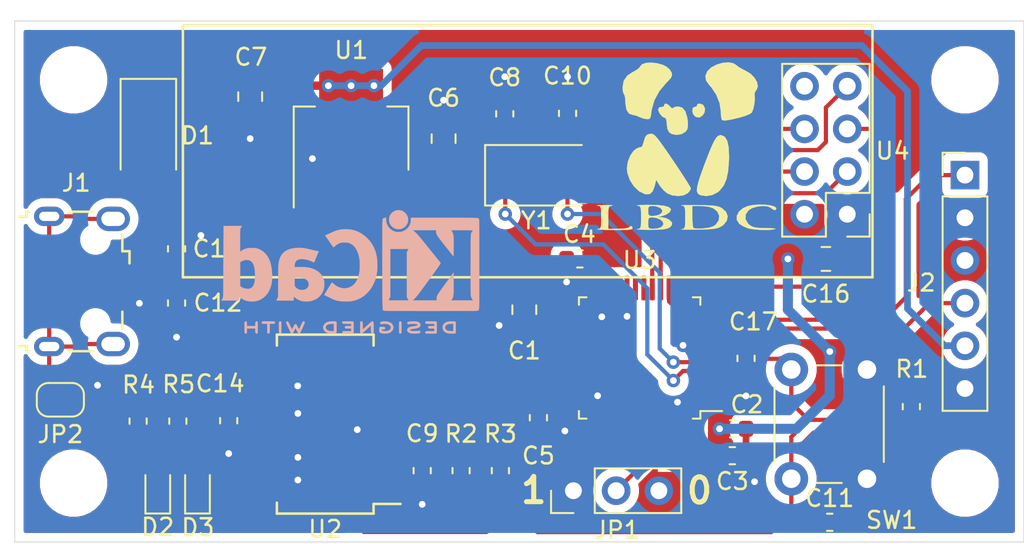
<source format=kicad_pcb>
(kicad_pcb (version 20171130) (host pcbnew "(5.1.6)-1")
  (layers (0 F.Cu signal) (31 B.Cu signal hide) (34 B.Paste user) (35 F.Paste user) (36 B.SilkS user) (37 F.SilkS user) (38 B.Mask user) (39 F.Mask user) (44 Edge.Cuts user))
  (net 0 "")
  (net 1 +3V3)
  (net 2 GND)
  (net 3 VBUS)
  (net 4 "Net-(C8-Pad1)")
  (net 5 "Net-(C10-Pad2)")
  (net 6 /RST)
  (net 7 "Net-(D1-Pad2)")
  (net 8 "Net-(D2-Pad2)")
  (net 9 "Net-(D2-Pad1)")
  (net 10 "Net-(D3-Pad1)")
  (net 11 "Net-(D3-Pad2)")
  (net 12 "Net-(J1-Pad4)")
  (net 13 "Net-(J1-Pad6)")
  (net 14 /ESC)
  (net 15 /SERVO)
  (net 16 /BOOT)
  (net 17 "Net-(R2-Pad1)")
  (net 18 /RX)
  (net 19 /TX)
  (net 20 "Net-(R3-Pad1)")
  (net 21 "Net-(U2-Pad3)")
  (net 22 "Net-(U2-Pad6)")
  (net 23 "Net-(U2-Pad9)")
  (net 24 "Net-(U2-Pad10)")
  (net 25 "Net-(U2-Pad11)")
  (net 26 "Net-(U2-Pad12)")
  (net 27 "Net-(U2-Pad13)")
  (net 28 "Net-(U2-Pad14)")
  (net 29 "Net-(U2-Pad19)")
  (net 30 "Net-(U2-Pad27)")
  (net 31 "Net-(U2-Pad28)")
  (net 32 "Net-(U3-Pad2)")
  (net 33 "Net-(U3-Pad3)")
  (net 34 "Net-(U3-Pad4)")
  (net 35 "Net-(U3-Pad12)")
  (net 36 /NRF_CE)
  (net 37 /NRF_CSN)
  (net 38 /NRF_SCK)
  (net 39 /NRF_MISO)
  (net 40 /NRF_MOSI)
  (net 41 "Net-(U3-Pad18)")
  (net 42 "Net-(U3-Pad19)")
  (net 43 "Net-(U3-Pad25)")
  (net 44 "Net-(U3-Pad26)")
  (net 45 "Net-(U3-Pad27)")
  (net 46 "Net-(U3-Pad28)")
  (net 47 "Net-(U3-Pad29)")
  (net 48 "Net-(U3-Pad32)")
  (net 49 "Net-(U3-Pad33)")
  (net 50 "Net-(U3-Pad34)")
  (net 51 "Net-(U3-Pad37)")
  (net 52 "Net-(U3-Pad38)")
  (net 53 "Net-(U3-Pad39)")
  (net 54 "Net-(U3-Pad40)")
  (net 55 "Net-(U3-Pad41)")
  (net 56 "Net-(U3-Pad42)")
  (net 57 "Net-(U3-Pad43)")
  (net 58 "Net-(U4-Pad8)")
  (net 59 /D+)
  (net 60 /D-)
  (net 61 "Net-(U2-Pad17)")
  (net 62 "Net-(U3-Pad21)")
  (net 63 "Net-(U3-Pad22)")
  (net 64 "Net-(U3-Pad45)")
  (net 65 "Net-(U3-Pad46)")
  (module "Symbol:lucas logo 2" (layer F.Cu) (at 188.9506 76.708)
    (fp_text reference G*** hide)
    (fp_text value LOGO hide)
  )
  (module Symbol:KiCad-Logo2_6mm_SilkScreen (layer B.Cu) (at 168.9608 83.2358 180)
    (fp_text reference REF** hide)
    (fp_text value KiCad-Logo2_6mm_SilkScreen hide)
  )
  (module Package_QFP:LQFP-48_7x7mm_P0.5mm (layer F.Cu) (at 186.1566 89.0524 180)
    (fp_text reference U3 (at 0 5.8166) (layer F.SilkS))
    (fp_text value STM32F103C8Tx)
    (pad 1 smd roundrect (at -4.1625 -2.75 180) (size 1.475 0.3) (layers F.Cu F.Paste F.Mask) (net 1 +3V3))
    (pad 2 smd roundrect (at -4.1625 -2.25 180) (size 1.475 0.3) (layers F.Cu F.Paste F.Mask) (net 32 "Net-(U3-Pad2)"))
    (pad 3 smd roundrect (at -4.1625 -1.75 180) (size 1.475 0.3) (layers F.Cu F.Paste F.Mask) (net 33 "Net-(U3-Pad3)"))
    (pad 4 smd roundrect (at -4.1625 -1.25 180) (size 1.475 0.3) (layers F.Cu F.Paste F.Mask) (net 34 "Net-(U3-Pad4)"))
    (pad 5 smd roundrect (at -4.1625 -0.75 180) (size 1.475 0.3) (layers F.Cu F.Paste F.Mask) (net 4 "Net-(C8-Pad1)"))
    (pad 6 smd roundrect (at -4.1625 -0.25 180) (size 1.475 0.3) (layers F.Cu F.Paste F.Mask) (net 5 "Net-(C10-Pad2)"))
    (pad 7 smd roundrect (at -4.1625 0.25 180) (size 1.475 0.3) (layers F.Cu F.Paste F.Mask) (net 6 /RST))
    (pad 8 smd roundrect (at -4.1625 0.75 180) (size 1.475 0.3) (layers F.Cu F.Paste F.Mask) (net 2 GND))
    (pad 9 smd roundrect (at -4.1625 1.25 180) (size 1.475 0.3) (layers F.Cu F.Paste F.Mask) (net 1 +3V3))
    (pad 10 smd roundrect (at -4.1625 1.75 180) (size 1.475 0.3) (layers F.Cu F.Paste F.Mask) (net 14 /ESC))
    (pad 11 smd roundrect (at -4.1625 2.25 180) (size 1.475 0.3) (layers F.Cu F.Paste F.Mask) (net 15 /SERVO))
    (pad 12 smd roundrect (at -4.1625 2.75 180) (size 1.475 0.3) (layers F.Cu F.Paste F.Mask) (net 35 "Net-(U3-Pad12)"))
    (pad 13 smd roundrect (at -2.75 4.1625 180) (size 0.3 1.475) (layers F.Cu F.Paste F.Mask) (net 36 /NRF_CE))
    (pad 14 smd roundrect (at -2.25 4.1625 180) (size 0.3 1.475) (layers F.Cu F.Paste F.Mask) (net 37 /NRF_CSN))
    (pad 15 smd roundrect (at -1.75 4.1625 180) (size 0.3 1.475) (layers F.Cu F.Paste F.Mask) (net 38 /NRF_SCK))
    (pad 16 smd roundrect (at -1.25 4.1625 180) (size 0.3 1.475) (layers F.Cu F.Paste F.Mask) (net 39 /NRF_MISO))
    (pad 17 smd roundrect (at -0.75 4.1625 180) (size 0.3 1.475) (layers F.Cu F.Paste F.Mask) (net 40 /NRF_MOSI))
    (pad 18 smd roundrect (at -0.25 4.1625 180) (size 0.3 1.475) (layers F.Cu F.Paste F.Mask) (net 41 "Net-(U3-Pad18)"))
    (pad 19 smd roundrect (at 0.25 4.1625 180) (size 0.3 1.475) (layers F.Cu F.Paste F.Mask) (net 42 "Net-(U3-Pad19)"))
    (pad 20 smd roundrect (at 0.75 4.1625 180) (size 0.3 1.475) (layers F.Cu F.Paste F.Mask) (net 2 GND))
    (pad 21 smd roundrect (at 1.25 4.1625 180) (size 0.3 1.475) (layers F.Cu F.Paste F.Mask) (net 62 "Net-(U3-Pad21)"))
    (pad 22 smd roundrect (at 1.75 4.1625 180) (size 0.3 1.475) (layers F.Cu F.Paste F.Mask) (net 63 "Net-(U3-Pad22)"))
    (pad 23 smd roundrect (at 2.25 4.1625 180) (size 0.3 1.475) (layers F.Cu F.Paste F.Mask) (net 2 GND))
    (pad 24 smd roundrect (at 2.75 4.1625 180) (size 0.3 1.475) (layers F.Cu F.Paste F.Mask) (net 1 +3V3))
    (pad 25 smd roundrect (at 4.1625 2.75 180) (size 1.475 0.3) (layers F.Cu F.Paste F.Mask) (net 43 "Net-(U3-Pad25)"))
    (pad 26 smd roundrect (at 4.1625 2.25 180) (size 1.475 0.3) (layers F.Cu F.Paste F.Mask) (net 44 "Net-(U3-Pad26)"))
    (pad 27 smd roundrect (at 4.1625 1.75 180) (size 1.475 0.3) (layers F.Cu F.Paste F.Mask) (net 45 "Net-(U3-Pad27)"))
    (pad 28 smd roundrect (at 4.1625 1.25 180) (size 1.475 0.3) (layers F.Cu F.Paste F.Mask) (net 46 "Net-(U3-Pad28)"))
    (pad 29 smd roundrect (at 4.1625 0.75 180) (size 1.475 0.3) (layers F.Cu F.Paste F.Mask) (net 47 "Net-(U3-Pad29)"))
    (pad 30 smd roundrect (at 4.1625 0.25 180) (size 1.475 0.3) (layers F.Cu F.Paste F.Mask) (net 18 /RX))
    (pad 31 smd roundrect (at 4.1625 -0.25 180) (size 1.475 0.3) (layers F.Cu F.Paste F.Mask) (net 19 /TX))
    (pad 32 smd roundrect (at 4.1625 -0.75 180) (size 1.475 0.3) (layers F.Cu F.Paste F.Mask) (net 48 "Net-(U3-Pad32)"))
    (pad 33 smd roundrect (at 4.1625 -1.25 180) (size 1.475 0.3) (layers F.Cu F.Paste F.Mask) (net 49 "Net-(U3-Pad33)"))
    (pad 34 smd roundrect (at 4.1625 -1.75 180) (size 1.475 0.3) (layers F.Cu F.Paste F.Mask) (net 50 "Net-(U3-Pad34)"))
    (pad 35 smd roundrect (at 4.1625 -2.25 180) (size 1.475 0.3) (layers F.Cu F.Paste F.Mask) (net 2 GND))
    (pad 36 smd roundrect (at 4.1625 -2.75 180) (size 1.475 0.3) (layers F.Cu F.Paste F.Mask) (net 1 +3V3))
    (pad 37 smd roundrect (at 2.75 -4.1625 180) (size 0.3 1.475) (layers F.Cu F.Paste F.Mask) (net 51 "Net-(U3-Pad37)"))
    (pad 38 smd roundrect (at 2.25 -4.1625 180) (size 0.3 1.475) (layers F.Cu F.Paste F.Mask) (net 52 "Net-(U3-Pad38)"))
    (pad 39 smd roundrect (at 1.75 -4.1625 180) (size 0.3 1.475) (layers F.Cu F.Paste F.Mask) (net 53 "Net-(U3-Pad39)"))
    (pad 40 smd roundrect (at 1.25 -4.1625 180) (size 0.3 1.475) (layers F.Cu F.Paste F.Mask) (net 54 "Net-(U3-Pad40)"))
    (pad 41 smd roundrect (at 0.75 -4.1625 180) (size 0.3 1.475) (layers F.Cu F.Paste F.Mask) (net 55 "Net-(U3-Pad41)"))
    (pad 42 smd roundrect (at 0.25 -4.1625 180) (size 0.3 1.475) (layers F.Cu F.Paste F.Mask) (net 56 "Net-(U3-Pad42)"))
    (pad 43 smd roundrect (at -0.25 -4.1625 180) (size 0.3 1.475) (layers F.Cu F.Paste F.Mask) (net 57 "Net-(U3-Pad43)"))
    (pad 44 smd roundrect (at -0.75 -4.1625 180) (size 0.3 1.475) (layers F.Cu F.Paste F.Mask) (net 16 /BOOT))
    (pad 45 smd roundrect (at -1.25 -4.1625 180) (size 0.3 1.475) (layers F.Cu F.Paste F.Mask) (net 64 "Net-(U3-Pad45)"))
    (pad 46 smd roundrect (at -1.75 -4.1625 180) (size 0.3 1.475) (layers F.Cu F.Paste F.Mask) (net 65 "Net-(U3-Pad46)"))
    (pad 47 smd roundrect (at -2.25 -4.1625 180) (size 0.3 1.475) (layers F.Cu F.Paste F.Mask) (net 2 GND))
    (pad 48 smd roundrect (at -2.75 -4.1625 180) (size 0.3 1.475) (layers F.Cu F.Paste F.Mask) (net 1 +3V3))
  )
  (module "RF_Module:NRF24L01 LA PNA" (layer F.Cu) (at 197 68)
    (fp_text reference U4 (at 4.1934 8.7334) (layer F.SilkS))
    (fp_text value NRF24L01_Breakout)
    (pad 8 thru_hole oval (at -1.04 4.88 180) (size 1.7 1.7) (drill 1) (layers *.Cu *.Mask) (net 58 "Net-(U4-Pad8)"))
    (pad 1 thru_hole rect (at 1.5 12.5 180) (size 1.7 1.7) (drill 1) (layers *.Cu *.Mask) (net 2 GND))
    (pad 5 thru_hole oval (at 1.5 7.42 180) (size 1.7 1.7) (drill 1) (layers *.Cu *.Mask) (net 38 /NRF_SCK))
    (pad 4 thru_hole oval (at -1.04 9.96 180) (size 1.7 1.7) (drill 1) (layers *.Cu *.Mask) (net 37 /NRF_CSN))
    (pad 7 thru_hole oval (at 1.5 4.88 180) (size 1.7 1.7) (drill 1) (layers *.Cu *.Mask) (net 39 /NRF_MISO))
    (pad 2 thru_hole oval (at -1.04 12.5 180) (size 1.7 1.7) (drill 1) (layers *.Cu *.Mask) (net 1 +3V3))
    (pad 6 thru_hole oval (at -1.04 7.42 180) (size 1.7 1.7) (drill 1) (layers *.Cu *.Mask) (net 40 /NRF_MOSI))
    (pad 3 thru_hole oval (at 1.5 9.96 180) (size 1.7 1.7) (drill 1) (layers *.Cu *.Mask) (net 36 /NRF_CE))
  )
  (module Capacitor_SMD:C_0805_2012Metric (layer F.Cu) (at 179.2986 86.1822 270)
    (fp_text reference C1 (at 2.4384 0 180) (layer F.SilkS))
    (fp_text value 10uF)
    (pad 1 smd roundrect (at -0.9375 0 270) (size 0.975 1.4) (layers F.Cu F.Paste F.Mask) (net 1 +3V3))
    (pad 2 smd roundrect (at 0.9375 0 270) (size 0.975 1.4) (layers F.Cu F.Paste F.Mask) (net 2 GND))
  )
  (module Capacitor_SMD:C_0603_1608Metric (layer F.Cu) (at 191.6937 93.2688)
    (fp_text reference C2 (at 0.8383 -1.4478) (layer F.SilkS))
    (fp_text value 100nF)
    (pad 1 smd roundrect (at -0.7875 0) (size 0.875 0.95) (layers F.Cu F.Paste F.Mask) (net 1 +3V3))
    (pad 2 smd roundrect (at 0.7875 0) (size 0.875 0.95) (layers F.Cu F.Paste F.Mask) (net 2 GND))
  )
  (module Capacitor_SMD:C_0603_1608Metric (layer F.Cu) (at 191.6683 94.869)
    (fp_text reference C3 (at 0 1.524) (layer F.SilkS))
    (fp_text value 100nF)
    (pad 2 smd roundrect (at 0.7875 0) (size 0.875 0.95) (layers F.Cu F.Paste F.Mask) (net 2 GND))
    (pad 1 smd roundrect (at -0.7875 0) (size 0.875 0.95) (layers F.Cu F.Paste F.Mask) (net 1 +3V3))
  )
  (module Capacitor_SMD:C_0603_1608Metric (layer F.Cu) (at 182.6005 83.1596 180)
    (fp_text reference C4 (at 0.0253 1.4732) (layer F.SilkS))
    (fp_text value 100nF)
    (pad 1 smd roundrect (at -0.7875 0 180) (size 0.875 0.95) (layers F.Cu F.Paste F.Mask) (net 1 +3V3))
    (pad 2 smd roundrect (at 0.7875 0 180) (size 0.875 0.95) (layers F.Cu F.Paste F.Mask) (net 2 GND))
  )
  (module Capacitor_SMD:C_0603_1608Metric (layer F.Cu) (at 180.1368 92.6084 270)
    (fp_text reference C5 (at 2.2606 0 180) (layer F.SilkS))
    (fp_text value 100nF)
    (pad 2 smd roundrect (at 0.7875 0 270) (size 0.875 0.95) (layers F.Cu F.Paste F.Mask) (net 2 GND))
    (pad 1 smd roundrect (at -0.7875 0 270) (size 0.875 0.95) (layers F.Cu F.Paste F.Mask) (net 1 +3V3))
  )
  (module Capacitor_SMD:C_0805_2012Metric (layer F.Cu) (at 174.5 76 90)
    (fp_text reference C6 (at 2.4162 -0.002 180) (layer F.SilkS))
    (fp_text value 10uF)
    (pad 1 smd roundrect (at -0.9375 0 90) (size 0.975 1.4) (layers F.Cu F.Paste F.Mask) (net 1 +3V3))
    (pad 2 smd roundrect (at 0.9375 0 90) (size 0.975 1.4) (layers F.Cu F.Paste F.Mask) (net 2 GND))
  )
  (module Capacitor_SMD:C_0805_2012Metric (layer F.Cu) (at 163 73.5 270)
    (fp_text reference C7 (at -2.3546 -0.0426 180) (layer F.SilkS))
    (fp_text value 10uF)
    (pad 2 smd roundrect (at 0.9375 0 270) (size 0.975 1.4) (layers F.Cu F.Paste F.Mask) (net 2 GND))
    (pad 1 smd roundrect (at -0.9375 0 270) (size 0.975 1.4) (layers F.Cu F.Paste F.Mask) (net 3 VBUS))
  )
  (module Capacitor_SMD:C_0603_1608Metric (layer F.Cu) (at 178.1368 74.5237 90)
    (fp_text reference C8 (at 2.1591 -0.0066 180) (layer F.SilkS))
    (fp_text value 20pF)
    (pad 1 smd roundrect (at -0.7875 0 90) (size 0.875 0.95) (layers F.Cu F.Paste F.Mask) (net 4 "Net-(C8-Pad1)"))
    (pad 2 smd roundrect (at 0.7875 0 90) (size 0.875 0.95) (layers F.Cu F.Paste F.Mask) (net 2 GND))
  )
  (module Capacitor_SMD:C_0603_1608Metric (layer F.Cu) (at 173.228 95.758 270)
    (fp_text reference C9 (at -2.2098 0 180) (layer F.SilkS))
    (fp_text value 100nF)
    (pad 2 smd roundrect (at 0.7875 0 270) (size 0.875 0.95) (layers F.Cu F.Paste F.Mask) (net 2 GND))
    (pad 1 smd roundrect (at -0.7875 0 270) (size 0.875 0.95) (layers F.Cu F.Paste F.Mask) (net 1 +3V3))
  )
  (module Capacitor_SMD:C_0603_1608Metric (layer F.Cu) (at 181.8706 74.4982 270)
    (fp_text reference C10 (at -2.2352 0.0066 180) (layer F.SilkS))
    (fp_text value 20pF)
    (pad 2 smd roundrect (at 0.7875 0 270) (size 0.875 0.95) (layers F.Cu F.Paste F.Mask) (net 5 "Net-(C10-Pad2)"))
    (pad 1 smd roundrect (at -0.7875 0 270) (size 0.875 0.95) (layers F.Cu F.Paste F.Mask) (net 2 GND))
  )
  (module Capacitor_SMD:C_0603_1608Metric (layer F.Cu) (at 197.4596 98.8314)
    (fp_text reference C11 (at 0 -1.43) (layer F.SilkS))
    (fp_text value 100nF)
    (pad 1 smd roundrect (at -0.7875 0) (size 0.875 0.95) (layers F.Cu F.Paste F.Mask) (net 6 /RST))
    (pad 2 smd roundrect (at 0.7875 0) (size 0.875 0.95) (layers F.Cu F.Paste F.Mask) (net 2 GND))
  )
  (module Capacitor_SMD:C_0603_1608Metric (layer F.Cu) (at 158.623 85.7839 270)
    (fp_text reference C12 (at -0.0081 -2.4638 180) (layer F.SilkS))
    (fp_text value 47pF)
    (pad 2 smd roundrect (at 0.7875 0 270) (size 0.875 0.95) (layers F.Cu F.Paste F.Mask) (net 2 GND))
    (pad 1 smd roundrect (at -0.7875 0 270) (size 0.875 0.95) (layers F.Cu F.Paste F.Mask) (net 59 /D+))
  )
  (module Capacitor_SMD:C_0603_1608Metric (layer F.Cu) (at 158.623 82.5579 90)
    (fp_text reference C13 (at 0.0079 2.413 180) (layer F.SilkS))
    (fp_text value 47pF)
    (pad 1 smd roundrect (at -0.7875 0 90) (size 0.875 0.95) (layers F.Cu F.Paste F.Mask) (net 60 /D-))
    (pad 2 smd roundrect (at 0.7875 0 90) (size 0.875 0.95) (layers F.Cu F.Paste F.Mask) (net 2 GND))
  )
  (module Capacitor_SMD:C_0603_1608Metric (layer F.Cu) (at 161.7218 92.7863 270)
    (fp_text reference C14 (at -2.2099 0.508 180) (layer F.SilkS))
    (fp_text value 100nF)
    (pad 1 smd roundrect (at -0.7875 0 270) (size 0.875 0.95) (layers F.Cu F.Paste F.Mask) (net 1 +3V3))
    (pad 2 smd roundrect (at 0.7875 0 270) (size 0.875 0.95) (layers F.Cu F.Paste F.Mask) (net 2 GND))
  )
  (module Capacitor_SMD:C_0805_2012Metric (layer F.Cu) (at 197.231 83.1596)
    (fp_text reference C16 (at 0 2.0828) (layer F.SilkS))
    (fp_text value 10uF)
    (pad 1 smd roundrect (at -0.9375 0) (size 0.975 1.4) (layers F.Cu F.Paste F.Mask) (net 1 +3V3))
    (pad 2 smd roundrect (at 0.9375 0) (size 0.975 1.4) (layers F.Cu F.Paste F.Mask) (net 2 GND))
  )
  (module Diode_SMD:D_SMA (layer F.Cu) (at 156.9466 75.8444 270)
    (fp_text reference D1 (at -0.0254 -2.921 180) (layer F.SilkS))
    (fp_text value SS12)
    (pad 1 smd rect (at -2 0 270) (size 2.5 1.8) (layers F.Cu F.Paste F.Mask) (net 3 VBUS))
    (pad 2 smd rect (at 2 0 270) (size 2.5 1.8) (layers F.Cu F.Paste F.Mask) (net 7 "Net-(D1-Pad2)"))
  )
  (module LED_SMD:LED_0603_1608Metric (layer F.Cu) (at 157.5054 96.8248 90)
    (fp_text reference D2 (at -2.286 0 180) (layer F.SilkS))
    (fp_text value LED)
    (pad 2 smd roundrect (at 0.7875 0 90) (size 0.875 0.95) (layers F.Cu F.Paste F.Mask) (net 8 "Net-(D2-Pad2)"))
    (pad 1 smd roundrect (at -0.7875 0 90) (size 0.875 0.95) (layers F.Cu F.Paste F.Mask) (net 9 "Net-(D2-Pad1)"))
  )
  (module LED_SMD:LED_0603_1608Metric (layer F.Cu) (at 159.8676 96.8248 90)
    (fp_text reference D3 (at -2.3114 0.0254 180) (layer F.SilkS))
    (fp_text value LED)
    (pad 1 smd roundrect (at -0.7875 0 90) (size 0.875 0.95) (layers F.Cu F.Paste F.Mask) (net 10 "Net-(D3-Pad1)"))
    (pad 2 smd roundrect (at 0.7875 0 90) (size 0.875 0.95) (layers F.Cu F.Paste F.Mask) (net 11 "Net-(D3-Pad2)"))
  )
  (module Connector_USB:USB_Micro-B_Wuerth_629105150521 (layer F.Cu) (at 153 84.5 270)
    (fp_text reference J1 (at -5.8616 0.346 180) (layer F.SilkS))
    (fp_text value USB_B_Micro)
    (pad "" np_thru_hole oval (at 2.5 -0.8 270) (size 0.8 0.8) (drill 0.8) (layers *.Cu *.Mask))
    (pad "" np_thru_hole oval (at -2.5 -0.8 270) (size 0.8 0.8) (drill 0.8) (layers *.Cu *.Mask))
    (pad 6 thru_hole oval (at 3.875 1.95 270) (size 1.15 1.8) (drill oval 0.55 1.2) (layers *.Cu *.Mask) (net 13 "Net-(J1-Pad6)"))
    (pad 6 thru_hole oval (at -3.875 1.95 270) (size 1.15 1.8) (drill oval 0.55 1.2) (layers *.Cu *.Mask) (net 13 "Net-(J1-Pad6)"))
    (pad 6 thru_hole oval (at 3.725 -1.85 270) (size 1.45 2) (drill oval 0.85 1.4) (layers *.Cu *.Mask) (net 13 "Net-(J1-Pad6)"))
    (pad 6 thru_hole oval (at -3.725 -1.85 270) (size 1.45 2) (drill oval 0.85 1.4) (layers *.Cu *.Mask) (net 13 "Net-(J1-Pad6)"))
    (pad 5 smd rect (at 1.3 -1.9 270) (size 0.45 1.3) (layers F.Cu F.Paste F.Mask) (net 2 GND))
    (pad 4 smd rect (at 0.65 -1.9 270) (size 0.45 1.3) (layers F.Cu F.Paste F.Mask) (net 12 "Net-(J1-Pad4)"))
    (pad 3 smd rect (at 0 -1.9 270) (size 0.45 1.3) (layers F.Cu F.Paste F.Mask) (net 59 /D+))
    (pad 2 smd rect (at -0.65 -1.9 270) (size 0.45 1.3) (layers F.Cu F.Paste F.Mask) (net 60 /D-))
    (pad 1 smd rect (at -1.3 -1.9 270) (size 0.45 1.3) (layers F.Cu F.Paste F.Mask) (net 7 "Net-(D1-Pad2)"))
  )
  (module Connector_PinHeader_2.54mm:PinHeader_1x03_P2.54mm_Vertical (layer F.Cu) (at 182.2196 96.9518 90)
    (fp_text reference JP1 (at -2.3368 2.5908 180) (layer F.SilkS))
    (fp_text value BOOT)
    (pad 1 thru_hole rect (at 0 0 90) (size 1.7 1.7) (drill 1) (layers *.Cu *.Mask) (net 2 GND))
    (pad 2 thru_hole oval (at 0 2.54 90) (size 1.7 1.7) (drill 1) (layers *.Cu *.Mask) (net 16 /BOOT))
    (pad 3 thru_hole oval (at 0 5.08 90) (size 1.7 1.7) (drill 1) (layers *.Cu *.Mask) (net 1 +3V3))
  )
  (module Jumper:SolderJumper-2_P1.3mm_Open_RoundedPad1.0x1.5mm (layer F.Cu) (at 151.7142 91.5416)
    (fp_text reference JP2 (at 0 2.0574) (layer F.SilkS))
    (fp_text value SHIELD)
    (pad 1 smd custom (at -0.65 0) (size 1 0.5) (layers F.Cu F.Mask) (net 13 "Net-(J1-Pad6)") (options (clearance outline) (anchor rect)) (primitives (gr_circle (center 0 0.25) (end 0.5 0.25) (width 0)) (gr_circle (center 0 -0.25) (end 0.5 -0.25) (width 0)) (gr_poly (pts (xy 0 -0.75) (xy 0.5 -0.75) (xy 0.5 0.75) (xy 0 0.75)) (width 0))))
    (pad 2 smd custom (at 0.65 0) (size 1 0.5) (layers F.Cu F.Mask) (net 2 GND) (options (clearance outline) (anchor rect)) (primitives (gr_circle (center 0 0.25) (end 0.5 0.25) (width 0)) (gr_circle (center 0 -0.25) (end 0.5 -0.25) (width 0)) (gr_poly (pts (xy 0 -0.75) (xy -0.5 -0.75) (xy -0.5 0.75) (xy 0 0.75)) (width 0))))
  )
  (module Resistor_SMD:R_0603_1608Metric (layer F.Cu) (at 202.311 91.948 270)
    (fp_text reference R1 (at -2.2352 -0.0254 180) (layer F.SilkS))
    (fp_text value 10k)
    (pad 1 smd roundrect (at -0.7875 0 270) (size 0.875 0.95) (layers F.Cu F.Paste F.Mask) (net 1 +3V3))
    (pad 2 smd roundrect (at 0.7875 0 270) (size 0.875 0.95) (layers F.Cu F.Paste F.Mask) (net 6 /RST))
  )
  (module Resistor_SMD:R_0603_1608Metric (layer F.Cu) (at 175.5394 95.758 90)
    (fp_text reference R2 (at 2.1843 0 180) (layer F.SilkS))
    (fp_text value 1k)
    (pad 1 smd roundrect (at -0.7875 0 90) (size 0.875 0.95) (layers F.Cu F.Paste F.Mask) (net 17 "Net-(R2-Pad1)"))
    (pad 2 smd roundrect (at 0.7875 0 90) (size 0.875 0.95) (layers F.Cu F.Paste F.Mask) (net 18 /RX))
  )
  (module Resistor_SMD:R_0603_1608Metric (layer F.Cu) (at 177.8762 95.758 90)
    (fp_text reference R3 (at 2.1844 0 180) (layer F.SilkS))
    (fp_text value 1k)
    (pad 2 smd roundrect (at 0.7875 0 90) (size 0.875 0.95) (layers F.Cu F.Paste F.Mask) (net 19 /TX))
    (pad 1 smd roundrect (at -0.7875 0 90) (size 0.875 0.95) (layers F.Cu F.Paste F.Mask) (net 20 "Net-(R3-Pad1)"))
  )
  (module Resistor_SMD:R_0603_1608Metric (layer F.Cu) (at 156.337 92.8116 270)
    (fp_text reference R4 (at -2.159 -0.0254 180) (layer F.SilkS))
    (fp_text value 220)
    (pad 2 smd roundrect (at 0.7875 0 270) (size 0.875 0.95) (layers F.Cu F.Paste F.Mask) (net 8 "Net-(D2-Pad2)"))
    (pad 1 smd roundrect (at -0.7875 0 270) (size 0.875 0.95) (layers F.Cu F.Paste F.Mask) (net 1 +3V3))
  )
  (module Resistor_SMD:R_0603_1608Metric (layer F.Cu) (at 158.6992 92.8116 270)
    (fp_text reference R5 (at -2.1844 -0.0508 180) (layer F.SilkS))
    (fp_text value 220)
    (pad 1 smd roundrect (at -0.7875 0 270) (size 0.875 0.95) (layers F.Cu F.Paste F.Mask) (net 1 +3V3))
    (pad 2 smd roundrect (at 0.7875 0 270) (size 0.875 0.95) (layers F.Cu F.Paste F.Mask) (net 11 "Net-(D3-Pad2)"))
  )
  (module Package_TO_SOT_SMD:SOT-223-3_TabPin2 (layer F.Cu) (at 169 76 90)
    (fp_text reference U1 (at 5.261 0.0116 180) (layer F.SilkS))
    (fp_text value AMS1117-3.3)
    (pad 2 smd rect (at 3.15 0 90) (size 2 3.8) (layers F.Cu F.Paste F.Mask) (net 3 VBUS))
    (pad 2 smd rect (at -3.15 0 90) (size 2 1.5) (layers F.Cu F.Paste F.Mask) (net 3 VBUS))
    (pad 3 smd rect (at -3.15 2.3 90) (size 2 1.5) (layers F.Cu F.Paste F.Mask) (net 1 +3V3))
    (pad 1 smd rect (at -3.15 -2.3 90) (size 2 1.5) (layers F.Cu F.Paste F.Mask) (net 2 GND))
  )
  (module Package_SO:SSOP-28_5.3x10.2mm_P0.65mm (layer F.Cu) (at 167.4622 92.9894 180)
    (fp_text reference U2 (at 0 -6.25) (layer F.SilkS))
    (fp_text value FT232RL)
    (pad 1 smd rect (at -3.6 -4.225 180) (size 1.75 0.45) (layers F.Cu F.Paste F.Mask) (net 17 "Net-(R2-Pad1)"))
    (pad 2 smd rect (at -3.6 -3.575 180) (size 1.75 0.45) (layers F.Cu F.Paste F.Mask) (net 6 /RST))
    (pad 3 smd rect (at -3.6 -2.925 180) (size 1.75 0.45) (layers F.Cu F.Paste F.Mask) (net 21 "Net-(U2-Pad3)"))
    (pad 4 smd rect (at -3.6 -2.275 180) (size 1.75 0.45) (layers F.Cu F.Paste F.Mask) (net 1 +3V3))
    (pad 5 smd rect (at -3.6 -1.625 180) (size 1.75 0.45) (layers F.Cu F.Paste F.Mask) (net 20 "Net-(R3-Pad1)"))
    (pad 6 smd rect (at -3.6 -0.975 180) (size 1.75 0.45) (layers F.Cu F.Paste F.Mask) (net 22 "Net-(U2-Pad6)"))
    (pad 7 smd rect (at -3.6 -0.325 180) (size 1.75 0.45) (layers F.Cu F.Paste F.Mask) (net 2 GND))
    (pad 8 smd rect (at -3.6 0.325 180) (size 1.75 0.45) (layers F.Cu F.Paste F.Mask))
    (pad 9 smd rect (at -3.6 0.975 180) (size 1.75 0.45) (layers F.Cu F.Paste F.Mask) (net 23 "Net-(U2-Pad9)"))
    (pad 10 smd rect (at -3.6 1.625 180) (size 1.75 0.45) (layers F.Cu F.Paste F.Mask) (net 24 "Net-(U2-Pad10)"))
    (pad 11 smd rect (at -3.6 2.275 180) (size 1.75 0.45) (layers F.Cu F.Paste F.Mask) (net 25 "Net-(U2-Pad11)"))
    (pad 12 smd rect (at -3.6 2.925 180) (size 1.75 0.45) (layers F.Cu F.Paste F.Mask) (net 26 "Net-(U2-Pad12)"))
    (pad 13 smd rect (at -3.6 3.575 180) (size 1.75 0.45) (layers F.Cu F.Paste F.Mask) (net 27 "Net-(U2-Pad13)"))
    (pad 14 smd rect (at -3.6 4.225 180) (size 1.75 0.45) (layers F.Cu F.Paste F.Mask) (net 28 "Net-(U2-Pad14)"))
    (pad 15 smd rect (at 3.6 4.225 180) (size 1.75 0.45) (layers F.Cu F.Paste F.Mask) (net 59 /D+))
    (pad 16 smd rect (at 3.6 3.575 180) (size 1.75 0.45) (layers F.Cu F.Paste F.Mask) (net 60 /D-))
    (pad 17 smd rect (at 3.6 2.925 180) (size 1.75 0.45) (layers F.Cu F.Paste F.Mask) (net 61 "Net-(U2-Pad17)"))
    (pad 18 smd rect (at 3.6 2.275 180) (size 1.75 0.45) (layers F.Cu F.Paste F.Mask) (net 2 GND))
    (pad 19 smd rect (at 3.6 1.625 180) (size 1.75 0.45) (layers F.Cu F.Paste F.Mask) (net 29 "Net-(U2-Pad19)"))
    (pad 20 smd rect (at 3.6 0.975 180) (size 1.75 0.45) (layers F.Cu F.Paste F.Mask) (net 1 +3V3))
    (pad 21 smd rect (at 3.6 0.325 180) (size 1.75 0.45) (layers F.Cu F.Paste F.Mask) (net 2 GND))
    (pad 22 smd rect (at 3.6 -0.325 180) (size 1.75 0.45) (layers F.Cu F.Paste F.Mask) (net 9 "Net-(D2-Pad1)"))
    (pad 23 smd rect (at 3.6 -0.975 180) (size 1.75 0.45) (layers F.Cu F.Paste F.Mask) (net 10 "Net-(D3-Pad1)"))
    (pad 24 smd rect (at 3.6 -1.625 180) (size 1.75 0.45) (layers F.Cu F.Paste F.Mask))
    (pad 25 smd rect (at 3.6 -2.275 180) (size 1.75 0.45) (layers F.Cu F.Paste F.Mask) (net 2 GND))
    (pad 26 smd rect (at 3.6 -2.925 180) (size 1.75 0.45) (layers F.Cu F.Paste F.Mask) (net 2 GND))
    (pad 27 smd rect (at 3.6 -3.575 180) (size 1.75 0.45) (layers F.Cu F.Paste F.Mask) (net 30 "Net-(U2-Pad27)"))
    (pad 28 smd rect (at 3.6 -4.225 180) (size 1.75 0.45) (layers F.Cu F.Paste F.Mask) (net 31 "Net-(U2-Pad28)"))
  )
  (module Button_Switch_THT:SW_PUSH_6mm (layer F.Cu) (at 195.1736 96.2406 90)
    (fp_text reference SW1 (at -2.4638 5.969 180) (layer F.SilkS))
    (fp_text value SW_DPST_x2)
    (pad 2 thru_hole circle (at 0 4.5 180) (size 2 2) (drill 1.1) (layers *.Cu *.Mask) (net 2 GND))
    (pad 1 thru_hole circle (at 0 0 180) (size 2 2) (drill 1.1) (layers *.Cu *.Mask) (net 6 /RST))
    (pad 2 thru_hole circle (at 6.5 4.5 180) (size 2 2) (drill 1.1) (layers *.Cu *.Mask) (net 2 GND))
    (pad 1 thru_hole circle (at 6.5 0 180) (size 2 2) (drill 1.1) (layers *.Cu *.Mask) (net 6 /RST))
  )
  (module Crystal:Crystal_SMD_5032-2Pin_5.0x3.2mm (layer F.Cu) (at 180.0164 78.1812)
    (fp_text reference Y1 (at 0 2.6924) (layer F.SilkS))
    (fp_text value 8MHz)
    (pad 1 smd rect (at -1.85 0) (size 2 2.4) (layers F.Cu F.Paste F.Mask) (net 4 "Net-(C8-Pad1)"))
    (pad 2 smd rect (at 1.85 0) (size 2 2.4) (layers F.Cu F.Paste F.Mask) (net 5 "Net-(C10-Pad2)"))
  )
  (module MountingHole:MountingHole_3mm (layer F.Cu) (at 152.5 72.5)
    (fp_text reference H1 hide)
    (fp_text value MountingHole)
    (pad 1 np_thru_hole circle (at 0 0) (size 3 3) (drill 3) (layers *.Cu *.Mask))
  )
  (module MountingHole:MountingHole_3mm (layer F.Cu) (at 205.5 72.5)
    (fp_text reference H2 hide)
    (fp_text value MountingHole)
    (pad 1 np_thru_hole circle (at 0 0) (size 3 3) (drill 3) (layers *.Cu *.Mask))
  )
  (module MountingHole:MountingHole_3mm (layer F.Cu) (at 152.5 96.5)
    (fp_text reference H3 hide)
    (fp_text value MountingHole)
    (pad 1 np_thru_hole circle (at 0 0) (size 3 3) (drill 3) (layers *.Cu *.Mask))
  )
  (module MountingHole:MountingHole_3mm (layer F.Cu) (at 205.5 96.5)
    (fp_text reference H4 hide)
    (fp_text value MountingHole)
    (pad 1 np_thru_hole circle (at 0 0) (size 3 3) (drill 3) (layers *.Cu *.Mask))
  )
  (module Connector_PinHeader_2.54mm:PinHeader_1x06_P2.54mm_Vertical (layer F.Cu) (at 205.5 78.17)
    (fp_text reference J2 (at -2.6048 6.412) (layer F.SilkS))
    (fp_text value ESC+SERVO)
    (pad 1 thru_hole rect (at 0 0) (size 1.7 1.7) (drill 1) (layers *.Cu *.Mask) (net 15 /SERVO))
    (pad 2 thru_hole oval (at 0 2.54) (size 1.7 1.7) (drill 1) (layers *.Cu *.Mask) (net 2 GND))
    (pad 3 thru_hole oval (at 0 5.08) (size 1.7 1.7) (drill 1) (layers *.Cu *.Mask) (net 1 +3V3))
    (pad 4 thru_hole oval (at 0 7.62) (size 1.7 1.7) (drill 1) (layers *.Cu *.Mask) (net 14 /ESC))
    (pad 5 thru_hole oval (at 0 10.16) (size 1.7 1.7) (drill 1) (layers *.Cu *.Mask) (net 3 VBUS))
    (pad 6 thru_hole oval (at 0 12.7) (size 1.7 1.7) (drill 1) (layers *.Cu *.Mask) (net 2 GND))
  )
  (module Capacitor_SMD:C_0603_1608Metric (layer F.Cu) (at 192.4812 89.0778 270)
    (fp_text reference C17 (at -2.1844 -0.4318 180) (layer F.SilkS))
    (fp_text value 100nF)
    (pad 1 smd roundrect (at -0.7875 0 270) (size 0.875 0.95) (layers F.Cu F.Paste F.Mask) (net 1 +3V3))
    (pad 2 smd roundrect (at 0.7875 0 270) (size 0.875 0.95) (layers F.Cu F.Paste F.Mask) (net 2 GND))
  )
  (gr_text 1 (at 179.8574 96.9264) (layer F.SilkS) (effects (font (size 1.5 1.5) (thickness 0.3))))
  (gr_text 0 (at 189.7126 96.9518) (layer F.SilkS) (effects (font (size 1.5 1.5) (thickness 0.3))))
  (gr_line (start 209 100) (end 209 69) (layer Edge.Cuts) (width 0.05))
  (gr_line (start 149 100) (end 149 69) (layer Edge.Cuts) (width 0.05))
  (gr_line (start 209 100) (end 149 100) (layer Edge.Cuts) (width 0.05))
  (gr_line (start 149 69) (end 209 69) (layer Edge.Cuts) (width 0.05))
  (via (at 170.3578 72.8472) (size 0.8) (drill 0.4) (layers F.Cu B.Cu) (net 3))
  (segment (start 171.3 79.15) (end 171.3 78.2) (width 0.5) (layer F.Cu) (net 1))
  (segment (start 172.5625 76.9375) (end 174.5 76.9375) (width 0.5) (layer F.Cu) (net 1))
  (segment (start 171.3 78.2) (end 172.5625 76.9375) (width 0.5) (layer F.Cu) (net 1))
  (segment (start 161.7374 92.0144) (end 161.7218 91.9988) (width 0.4) (layer F.Cu) (net 1))
  (segment (start 163.8622 92.0144) (end 161.7374 92.0144) (width 0.4) (layer F.Cu) (net 1))
  (segment (start 156.3623 91.9988) (end 156.337 92.0241) (width 0.4) (layer F.Cu) (net 1))
  (segment (start 161.7218 91.9988) (end 156.3623 91.9988) (width 0.4) (layer F.Cu) (net 1))
  (segment (start 156.337 92.0241) (end 155.0417 92.0241) (width 0.4) (layer F.Cu) (net 1))
  (segment (start 155.0417 92.0241) (end 155.0417 92.0241) (width 0.4) (layer F.Cu) (net 1))
  (segment (start 171.0622 95.2644) (end 172.223 95.2644) (width 0.4) (layer F.Cu) (net 1))
  (segment (start 172.5169 94.9705) (end 173.228 94.9705) (width 0.4) (layer F.Cu) (net 1))
  (segment (start 172.223 95.2644) (end 172.5169 94.9705) (width 0.4) (layer F.Cu) (net 1))
  (segment (start 202.311 89.6366) (end 202.311 91.1605) (width 0.4) (layer F.Cu) (net 1))
  (segment (start 190.9062 93.2688) (end 190.9062 93.2688) (width 0.25) (layer F.Cu) (net 1))
  (segment (start 190.9826 93.2688) (end 191.516 92.7354) (width 0.25) (layer F.Cu) (net 1))
  (segment (start 191.516 92.7354) (end 191.516 92.1004) (width 0.25) (layer F.Cu) (net 1))
  (segment (start 191.218 91.8024) (end 190.3191 91.8024) (width 0.25) (layer F.Cu) (net 1))
  (segment (start 191.516 92.1004) (end 191.218 91.8024) (width 0.25) (layer F.Cu) (net 1))
  (segment (start 188.9066 93.2149) (end 188.9066 94.1392) (width 0.25) (layer F.Cu) (net 1))
  (segment (start 189.6364 94.869) (end 190.8808 94.869) (width 0.25) (layer F.Cu) (net 1))
  (segment (start 188.9066 94.1392) (end 189.6364 94.869) (width 0.25) (layer F.Cu) (net 1))
  (segment (start 183.4066 83.1782) (end 183.388 83.1596) (width 0.25) (layer F.Cu) (net 1))
  (segment (start 183.4066 84.8899) (end 183.4066 83.1782) (width 0.25) (layer F.Cu) (net 1))
  (segment (start 180.1553 91.8024) (end 180.1368 91.8209) (width 0.25) (layer F.Cu) (net 1))
  (segment (start 181.9941 91.8024) (end 180.1553 91.8024) (width 0.25) (layer F.Cu) (net 1))
  (segment (start 190.3191 87.8024) (end 191.4852 87.8024) (width 0.25) (layer F.Cu) (net 1))
  (segment (start 191.6936 88.0108) (end 192.4812 88.0108) (width 0.25) (layer F.Cu) (net 1))
  (segment (start 191.4852 87.8024) (end 191.6936 88.0108) (width 0.25) (layer F.Cu) (net 1))
  (segment (start 203.6176 88.33) (end 202.311 89.6366) (width 0.4) (layer F.Cu) (net 1))
  (segment (start 205.5 88.33) (end 203.6176 88.33) (width 0.4) (layer F.Cu) (net 1))
  (segment (start 195.96 80.5) (end 195.96 81.66) (width 0.4) (layer F.Cu) (net 1))
  (segment (start 196.2935 81.9935) (end 196.2935 83.1596) (width 0.4) (layer F.Cu) (net 1))
  (segment (start 195.96 81.66) (end 196.2935 81.9935) (width 0.4) (layer F.Cu) (net 1))
  (segment (start 196.2935 83.1596) (end 194.9704 83.1596) (width 0.4) (layer F.Cu) (net 1))
  (segment (start 194.9704 83.1596) (end 194.9704 83.1596) (width 0.4) (layer F.Cu) (net 1))
  (via (at 194.9704 83.1596) (size 0.8) (drill 0.4) (layers F.Cu B.Cu) (net 1))
  (segment (start 173.228 94.9705) (end 173.228 93.7768) (width 0.4) (layer F.Cu) (net 1))
  (segment (start 173.228 93.7768) (end 173.228 93.7768) (width 0.4) (layer F.Cu) (net 1))
  (via (at 197.4596 88.6714) (size 0.8) (drill 0.4) (layers F.Cu B.Cu) (net 1))
  (segment (start 190.9062 93.2688) (end 190.9826 93.2688) (width 0.25) (layer F.Cu) (net 1))
  (via (at 190.9062 93.2688) (size 0.8) (drill 0.4) (layers F.Cu B.Cu) (net 1))
  (segment (start 190.9062 93.2688) (end 195.4784 93.2688) (width 0.6) (layer B.Cu) (net 1))
  (segment (start 197.4596 91.2876) (end 197.4596 88.6714) (width 0.6) (layer B.Cu) (net 1))
  (segment (start 195.4784 93.2688) (end 197.4596 91.2876) (width 0.6) (layer B.Cu) (net 1))
  (segment (start 194.9704 86.1822) (end 197.4596 88.6714) (width 0.6) (layer B.Cu) (net 1))
  (segment (start 194.9704 83.1596) (end 194.9704 86.1822) (width 0.6) (layer B.Cu) (net 1))
  (segment (start 163 74.4375) (end 163 76) (width 0.5) (layer F.Cu) (net 2))
  (segment (start 163 76) (end 163 76) (width 0.5) (layer F.Cu) (net 2))
  (via (at 163 76) (size 0.8) (drill 0.4) (layers F.Cu B.Cu) (net 2))
  (via (at 166.7002 77.1906) (size 0.8) (drill 0.4) (layers F.Cu B.Cu) (net 2))
  (segment (start 166.7 77.1908) (end 166.7002 77.1906) (width 0.5) (layer F.Cu) (net 2))
  (segment (start 166.7 79.15) (end 166.7 77.1908) (width 0.5) (layer F.Cu) (net 2))
  (via (at 174.498 73.7108) (size 0.8) (drill 0.4) (layers F.Cu B.Cu) (net 2))
  (segment (start 174.498 75.0605) (end 174.5 75.0625) (width 0.5) (layer F.Cu) (net 2))
  (segment (start 174.498 73.7108) (end 174.498 75.0605) (width 0.5) (layer F.Cu) (net 2))
  (segment (start 161.7218 93.5738) (end 161.7218 94.742) (width 0.4) (layer F.Cu) (net 2))
  (segment (start 161.7218 94.742) (end 161.7218 94.742) (width 0.4) (layer F.Cu) (net 2))
  (via (at 161.7218 94.742) (size 0.8) (drill 0.4) (layers F.Cu B.Cu) (net 2))
  (segment (start 163.8622 95.9144) (end 165.4342 95.9144) (width 0.4) (layer F.Cu) (net 2))
  (segment (start 165.4342 95.9144) (end 165.8366 96.3168) (width 0.4) (layer F.Cu) (net 2))
  (segment (start 165.8366 96.3168) (end 165.8366 96.3168) (width 0.4) (layer F.Cu) (net 2))
  (via (at 165.8366 96.3168) (size 0.8) (drill 0.4) (layers F.Cu B.Cu) (net 2))
  (segment (start 163.8622 95.2644) (end 165.5428 95.2644) (width 0.4) (layer F.Cu) (net 2))
  (segment (start 165.5428 95.2644) (end 165.8366 94.9706) (width 0.4) (layer F.Cu) (net 2))
  (segment (start 165.8366 94.9706) (end 165.8366 94.9706) (width 0.4) (layer F.Cu) (net 2))
  (via (at 165.8366 94.9706) (size 0.8) (drill 0.4) (layers F.Cu B.Cu) (net 2))
  (via (at 165.8366 92.3544) (size 0.8) (drill 0.4) (layers F.Cu B.Cu) (net 2))
  (segment (start 171.0622 93.3144) (end 171.0488 93.3144) (width 0.4) (layer F.Cu) (net 2))
  (segment (start 171.0488 93.3144) (end 171.0436 93.3196) (width 0.4) (layer F.Cu) (net 2))
  (segment (start 170.8964 93.3144) (end 170.8912 93.3196) (width 0.4) (layer F.Cu) (net 2))
  (segment (start 171.0622 93.3144) (end 170.8964 93.3144) (width 0.4) (layer F.Cu) (net 2))
  (segment (start 170.6932 93.3144) (end 170.688 93.3196) (width 0.4) (layer F.Cu) (net 2))
  (segment (start 171.0622 93.3144) (end 170.6932 93.3144) (width 0.4) (layer F.Cu) (net 2))
  (segment (start 170.688 93.3196) (end 169.3672 93.3196) (width 0.4) (layer F.Cu) (net 2))
  (segment (start 169.3672 93.3196) (end 169.3672 93.3196) (width 0.4) (layer F.Cu) (net 2))
  (via (at 169.3672 93.3196) (size 0.8) (drill 0.4) (layers F.Cu B.Cu) (net 2))
  (segment (start 165.5266 92.6644) (end 165.8366 92.3544) (width 0.4) (layer F.Cu) (net 2))
  (segment (start 163.8622 92.6644) (end 165.5266 92.6644) (width 0.4) (layer F.Cu) (net 2))
  (via (at 160.0708 81.7626) (size 0.8) (drill 0.4) (layers F.Cu B.Cu) (net 2))
  (via (at 158.623 87.8158) (size 0.8) (drill 0.4) (layers F.Cu B.Cu) (net 2))
  (via (at 156.4132 85.8) (size 0.8) (drill 0.4) (layers F.Cu B.Cu) (net 2))
  (segment (start 158.623 86.5714) (end 158.623 87.8158) (width 0.4) (layer F.Cu) (net 2))
  (via (at 173.228 97.764598) (size 0.8) (drill 0.4) (layers F.Cu B.Cu) (net 2))
  (segment (start 173.228 96.5455) (end 173.228 97.764598) (width 0.4) (layer F.Cu) (net 2))
  (segment (start 156.4132 85.8) (end 154.9 85.8) (width 0.4) (layer F.Cu) (net 2))
  (segment (start 198.2471 98.8314) (end 199.0852 98.8314) (width 0.4) (layer F.Cu) (net 2))
  (segment (start 199.6736 98.243) (end 199.6736 96.2406) (width 0.4) (layer F.Cu) (net 2))
  (segment (start 199.0852 98.8314) (end 199.6736 98.243) (width 0.4) (layer F.Cu) (net 2))
  (segment (start 179.2986 87.1197) (end 177.8023 87.1197) (width 0.4) (layer F.Cu) (net 2))
  (segment (start 177.8023 87.1197) (end 177.8023 87.1197) (width 0.4) (layer F.Cu) (net 2))
  (via (at 177.8023 87.1197) (size 0.8) (drill 0.4) (layers F.Cu B.Cu) (net 2))
  (via (at 192.9892 96.4184) (size 0.8) (drill 0.4) (layers F.Cu B.Cu) (net 2))
  (segment (start 181.813 83.1596) (end 181.813 84.5312) (width 0.4) (layer F.Cu) (net 2))
  (segment (start 181.813 84.5312) (end 181.813 84.5312) (width 0.4) (layer F.Cu) (net 2))
  (via (at 181.813 84.5312) (size 0.8) (drill 0.4) (layers F.Cu B.Cu) (net 2))
  (segment (start 183.9066 84.8899) (end 183.9066 86.6034) (width 0.25) (layer F.Cu) (net 2))
  (segment (start 183.9066 86.6034) (end 183.9066 86.6034) (width 0.25) (layer F.Cu) (net 2))
  (via (at 183.9066 86.6034) (size 0.8) (drill 0.4) (layers F.Cu B.Cu) (net 2))
  (segment (start 185.4066 84.8899) (end 185.4066 86.5752) (width 0.25) (layer F.Cu) (net 2))
  (segment (start 185.4066 86.5752) (end 185.4066 86.5752) (width 0.25) (layer F.Cu) (net 2))
  (via (at 185.4066 86.5752) (size 0.8) (drill 0.4) (layers F.Cu B.Cu) (net 2))
  (segment (start 190.3191 88.3024) (end 188.7354 88.3024) (width 0.25) (layer F.Cu) (net 2))
  (segment (start 188.7354 88.3024) (end 188.7354 88.3024) (width 0.25) (layer F.Cu) (net 2))
  (via (at 188.7354 88.3024) (size 0.8) (drill 0.4) (layers F.Cu B.Cu) (net 2))
  (segment (start 188.4066 93.2149) (end 188.4066 91.6834) (width 0.25) (layer F.Cu) (net 2))
  (segment (start 188.4066 91.6834) (end 188.4066 91.6834) (width 0.25) (layer F.Cu) (net 2))
  (via (at 188.4066 91.6834) (size 0.8) (drill 0.4) (layers F.Cu B.Cu) (net 2))
  (segment (start 181.9941 91.3024) (end 183.6568 91.3024) (width 0.25) (layer F.Cu) (net 2))
  (segment (start 183.6568 91.3024) (end 183.6568 91.3024) (width 0.25) (layer F.Cu) (net 2))
  (via (at 183.6568 91.3024) (size 0.8) (drill 0.4) (layers F.Cu B.Cu) (net 2))
  (segment (start 180.1368 93.3959) (end 181.7115 93.3959) (width 0.4) (layer F.Cu) (net 2))
  (segment (start 181.7115 93.3959) (end 181.7115 93.3959) (width 0.4) (layer F.Cu) (net 2))
  (via (at 181.7115 93.3959) (size 0.8) (drill 0.4) (layers F.Cu B.Cu) (net 2))
  (via (at 192.4812 91.313) (size 0.8) (drill 0.4) (layers F.Cu B.Cu) (net 2))
  (segment (start 192.4812 91.313) (end 192.4812 89.8653) (width 0.4) (layer F.Cu) (net 2))
  (segment (start 198.1685 81.9681) (end 198.1685 83.1596) (width 0.4) (layer F.Cu) (net 2))
  (segment (start 198.5 80.5) (end 198.5 81.6366) (width 0.4) (layer F.Cu) (net 2))
  (segment (start 198.5 81.6366) (end 198.1685 81.9681) (width 0.4) (layer F.Cu) (net 2))
  (segment (start 163.8622 90.7144) (end 165.8256 90.7144) (width 0.4) (layer F.Cu) (net 2))
  (segment (start 165.8256 90.7144) (end 165.8256 90.7144) (width 0.4) (layer F.Cu) (net 2))
  (via (at 165.8256 90.7144) (size 0.8) (drill 0.4) (layers F.Cu B.Cu) (net 2))
  (segment (start 181.8706 73.7107) (end 181.8706 72.3138) (width 0.4) (layer F.Cu) (net 2))
  (segment (start 181.8706 72.3138) (end 181.8706 72.3138) (width 0.4) (layer F.Cu) (net 2))
  (via (at 181.8706 72.3138) (size 0.8) (drill 0.4) (layers F.Cu B.Cu) (net 2))
  (segment (start 178.1368 73.7362) (end 178.1368 72.3138) (width 0.4) (layer F.Cu) (net 2))
  (segment (start 178.1368 72.3138) (end 178.1368 72.3138) (width 0.4) (layer F.Cu) (net 2))
  (via (at 178.1368 72.3138) (size 0.8) (drill 0.4) (layers F.Cu B.Cu) (net 2))
  (segment (start 158.6308 81.7626) (end 158.623 81.7704) (width 0.4) (layer F.Cu) (net 2))
  (segment (start 160.0708 81.7626) (end 158.6308 81.7626) (width 0.4) (layer F.Cu) (net 2))
  (segment (start 152.3642 91.5416) (end 153.0604 91.5416) (width 0.4) (layer F.Cu) (net 2))
  (segment (start 153.0604 91.5416) (end 153.924 90.678) (width 0.4) (layer F.Cu) (net 2))
  (segment (start 153.924 90.678) (end 153.924 90.678) (width 0.4) (layer F.Cu) (net 2))
  (via (at 153.924 90.678) (size 0.8) (drill 0.4) (layers F.Cu B.Cu) (net 2))
  (segment (start 192.4812 95.9104) (end 192.9892 96.4184) (width 0.4) (layer F.Cu) (net 2))
  (segment (start 192.4812 93.2688) (end 192.4812 95.9104) (width 0.4) (layer F.Cu) (net 2))
  (segment (start 163 72.5625) (end 165.5625 72.5625) (width 0.5) (layer F.Cu) (net 3))
  (segment (start 165.85 72.85) (end 167.65 72.85) (width 0.5) (layer F.Cu) (net 3))
  (segment (start 165.5625 72.5625) (end 165.85 72.85) (width 0.5) (layer F.Cu) (net 3))
  (segment (start 169 79.15) (end 169 72.85) (width 0.5) (layer F.Cu) (net 3))
  (segment (start 156.9466 73.8444) (end 159.4038 73.8444) (width 0.4) (layer F.Cu) (net 3))
  (segment (start 160.6857 72.5625) (end 163 72.5625) (width 0.4) (layer F.Cu) (net 3))
  (segment (start 159.4038 73.8444) (end 160.6857 72.5625) (width 0.4) (layer F.Cu) (net 3))
  (segment (start 169 72.85) (end 169 72.85) (width 0.5) (layer F.Cu) (net 3))
  (via (at 169 72.85) (size 0.8) (drill 0.4) (layers F.Cu B.Cu) (net 3))
  (segment (start 167.65 72.85) (end 169 72.85) (width 0.5) (layer F.Cu) (net 3))
  (via (at 167.65 72.85) (size 0.8) (drill 0.4) (layers F.Cu B.Cu) (net 3))
  (segment (start 204.297919 88.33) (end 205.5 88.33) (width 0.4) (layer B.Cu) (net 3))
  (segment (start 167.65 72.85) (end 170.7868 72.85) (width 0.4) (layer B.Cu) (net 3))
  (segment (start 173.1772 70.4596) (end 199.3646 70.4596) (width 0.4) (layer B.Cu) (net 3))
  (segment (start 170.7868 72.85) (end 173.1772 70.4596) (width 0.4) (layer B.Cu) (net 3))
  (segment (start 199.3646 70.4596) (end 202.0824 73.1774) (width 0.4) (layer B.Cu) (net 3))
  (segment (start 202.0824 86.114481) (end 204.297919 88.33) (width 0.4) (layer B.Cu) (net 3))
  (segment (start 202.0824 73.1774) (end 202.0824 86.114481) (width 0.4) (layer B.Cu) (net 3))
  (segment (start 178.1664 78.1812) (end 178.1664 80.4884) (width 0.25) (layer F.Cu) (net 4))
  (segment (start 178.1664 80.4884) (end 178.1664 80.4884) (width 0.25) (layer F.Cu) (net 4))
  (via (at 178.1664 80.4884) (size 0.8) (drill 0.4) (layers F.Cu B.Cu) (net 4))
  (segment (start 190.30921 89.82739) (end 188.73441 89.82739) (width 0.25) (layer F.Cu) (net 4))
  (segment (start 188.73441 89.82739) (end 188.1632 90.3986) (width 0.25) (layer F.Cu) (net 4))
  (segment (start 190.3191 89.8024) (end 190.3191 89.8175) (width 0.25) (layer F.Cu) (net 4))
  (segment (start 190.3191 89.8175) (end 190.30921 89.82739) (width 0.25) (layer F.Cu) (net 4))
  (segment (start 188.1632 90.3986) (end 188.1632 90.3986) (width 0.25) (layer F.Cu) (net 4))
  (via (at 188.1632 90.3986) (size 0.8) (drill 0.4) (layers F.Cu B.Cu) (net 4))
  (segment (start 186.6138 88.8492) (end 188.1632 90.3986) (width 0.25) (layer B.Cu) (net 4))
  (segment (start 178.1664 75.3408) (end 178.1368 75.3112) (width 0.25) (layer F.Cu) (net 4))
  (segment (start 178.1664 78.1812) (end 178.1664 75.3408) (width 0.25) (layer F.Cu) (net 4))
  (segment (start 186.6138 88.8492) (end 186.6138 84.9122) (width 0.25) (layer B.Cu) (net 4))
  (segment (start 186.6138 84.9122) (end 183.9976 82.296) (width 0.25) (layer B.Cu) (net 4))
  (segment (start 179.974 82.296) (end 178.1664 80.4884) (width 0.25) (layer B.Cu) (net 4))
  (segment (start 183.9976 82.296) (end 179.974 82.296) (width 0.25) (layer B.Cu) (net 4))
  (segment (start 181.8664 78.1812) (end 181.8664 80.4884) (width 0.25) (layer F.Cu) (net 5))
  (segment (start 181.8664 80.4884) (end 181.8664 80.4884) (width 0.25) (layer F.Cu) (net 5))
  (via (at 181.8664 80.4884) (size 0.8) (drill 0.4) (layers F.Cu B.Cu) (net 5))
  (segment (start 190.3191 89.3024) (end 188.1592 89.3024) (width 0.25) (layer F.Cu) (net 5))
  (segment (start 188.1592 89.3024) (end 188.1592 89.3024) (width 0.25) (layer F.Cu) (net 5))
  (via (at 188.1592 89.3024) (size 0.8) (drill 0.4) (layers F.Cu B.Cu) (net 5))
  (segment (start 187.3504 83.9724) (end 183.8664 80.4884) (width 0.25) (layer B.Cu) (net 5))
  (segment (start 188.1592 89.3024) (end 187.3504 88.4936) (width 0.25) (layer B.Cu) (net 5))
  (segment (start 187.3504 88.4936) (end 187.3504 83.9724) (width 0.25) (layer B.Cu) (net 5))
  (segment (start 181.8706 78.177) (end 181.8664 78.1812) (width 0.25) (layer F.Cu) (net 5))
  (segment (start 181.8706 75.2857) (end 181.8706 78.177) (width 0.25) (layer F.Cu) (net 5))
  (segment (start 183.8664 80.4884) (end 181.8664 80.4884) (width 0.25) (layer B.Cu) (net 5))
  (segment (start 195.1736 98.2218) (end 195.1736 96.2406) (width 0.25) (layer F.Cu) (net 6))
  (segment (start 196.6721 98.8314) (end 195.7832 98.8314) (width 0.25) (layer F.Cu) (net 6))
  (segment (start 195.7832 98.8314) (end 195.1736 98.2218) (width 0.25) (layer F.Cu) (net 6))
  (segment (start 193.9798 99.4156) (end 195.1736 98.2218) (width 0.25) (layer F.Cu) (net 6))
  (segment (start 169.4942 98.5012) (end 169.9514 98.9584) (width 0.25) (layer F.Cu) (net 6))
  (segment (start 179.324 98.6536) (end 180.086 99.4156) (width 0.25) (layer F.Cu) (net 6))
  (segment (start 176.0982 98.9584) (end 176.7332 98.3234) (width 0.25) (layer F.Cu) (net 6))
  (segment (start 176.7332 98.3234) (end 176.7332 96.3422) (width 0.25) (layer F.Cu) (net 6))
  (segment (start 171.0622 96.5644) (end 169.8308 96.5644) (width 0.25) (layer F.Cu) (net 6))
  (segment (start 169.9514 98.9584) (end 176.0982 98.9584) (width 0.25) (layer F.Cu) (net 6))
  (segment (start 169.8308 96.5644) (end 169.4942 96.901) (width 0.25) (layer F.Cu) (net 6))
  (segment (start 176.7332 96.3422) (end 177.29241 95.78299) (width 0.25) (layer F.Cu) (net 6))
  (segment (start 177.29241 95.78299) (end 178.79019 95.78299) (width 0.25) (layer F.Cu) (net 6))
  (segment (start 169.4942 96.901) (end 169.4942 98.5012) (width 0.25) (layer F.Cu) (net 6))
  (segment (start 178.79019 95.78299) (end 179.324 96.3168) (width 0.25) (layer F.Cu) (net 6))
  (segment (start 180.086 99.4156) (end 193.9798 99.4156) (width 0.25) (layer F.Cu) (net 6))
  (segment (start 179.324 96.3168) (end 179.324 98.6536) (width 0.25) (layer F.Cu) (net 6))
  (segment (start 194.5108 89.0778) (end 195.1736 89.7406) (width 0.25) (layer F.Cu) (net 6))
  (segment (start 190.3191 88.8024) (end 190.34409 88.82739) (width 0.25) (layer F.Cu) (net 6))
  (segment (start 190.3191 88.8024) (end 191.52 88.8024) (width 0.25) (layer F.Cu) (net 6))
  (segment (start 194.53579 89.10279) (end 195.1736 89.7406) (width 0.25) (layer F.Cu) (net 6))
  (segment (start 191.82039 89.10279) (end 194.53579 89.10279) (width 0.25) (layer F.Cu) (net 6))
  (segment (start 191.52 88.8024) (end 191.82039 89.10279) (width 0.25) (layer F.Cu) (net 6))
  (segment (start 195.1736 91.7194) (end 195.1736 89.7406) (width 0.25) (layer F.Cu) (net 6))
  (segment (start 202.311 92.7355) (end 196.1897 92.7355) (width 0.25) (layer F.Cu) (net 6))
  (segment (start 196.1897 92.7355) (end 195.1736 91.7194) (width 0.25) (layer F.Cu) (net 6))
  (segment (start 195.1736 93.7516) (end 196.1897 92.7355) (width 0.25) (layer F.Cu) (net 6))
  (segment (start 195.1736 96.2406) (end 195.1736 93.7516) (width 0.25) (layer F.Cu) (net 6))
  (segment (start 154.9 83.2) (end 155.4838 83.2) (width 0.4) (layer F.Cu) (net 7))
  (segment (start 156.9466 81.7372) (end 156.9466 77.8444) (width 0.4) (layer F.Cu) (net 7))
  (segment (start 155.4838 83.2) (end 156.9466 81.7372) (width 0.4) (layer F.Cu) (net 7))
  (segment (start 156.337 94.8689) (end 157.5054 96.0373) (width 0.25) (layer F.Cu) (net 8))
  (segment (start 156.337 93.5991) (end 156.337 94.8689) (width 0.25) (layer F.Cu) (net 8))
  (segment (start 157.5054 98.171) (end 157.5054 97.6123) (width 0.25) (layer F.Cu) (net 9))
  (segment (start 157.8864 98.552) (end 157.5054 98.171) (width 0.25) (layer F.Cu) (net 9))
  (segment (start 166.7712 93.3144) (end 167.132 93.6752) (width 0.25) (layer F.Cu) (net 9))
  (segment (start 163.8622 93.3144) (end 166.7712 93.3144) (width 0.25) (layer F.Cu) (net 9))
  (segment (start 167.132 93.6752) (end 167.132 98.1456) (width 0.25) (layer F.Cu) (net 9))
  (segment (start 166.7256 98.552) (end 157.8864 98.552) (width 0.25) (layer F.Cu) (net 9))
  (segment (start 167.132 98.1456) (end 166.7256 98.552) (width 0.25) (layer F.Cu) (net 9))
  (segment (start 166.0496 93.9644) (end 163.8622 93.9644) (width 0.25) (layer F.Cu) (net 10))
  (segment (start 166.5732 94.488) (end 166.0496 93.9644) (width 0.25) (layer F.Cu) (net 10))
  (segment (start 159.8676 97.6123) (end 161.0869 97.6123) (width 0.25) (layer F.Cu) (net 10))
  (segment (start 166.0144 98.044) (end 166.5732 97.4852) (width 0.25) (layer F.Cu) (net 10))
  (segment (start 161.0869 97.6123) (end 161.5186 98.044) (width 0.25) (layer F.Cu) (net 10))
  (segment (start 161.5186 98.044) (end 166.0144 98.044) (width 0.25) (layer F.Cu) (net 10))
  (segment (start 166.5732 97.4852) (end 166.5732 94.488) (width 0.25) (layer F.Cu) (net 10))
  (segment (start 158.6992 94.8689) (end 159.8676 96.0373) (width 0.25) (layer F.Cu) (net 11))
  (segment (start 158.6992 93.5991) (end 158.6992 94.8689) (width 0.25) (layer F.Cu) (net 11))
  (segment (start 151.05 91.5274) (end 151.05 80.625) (width 0.25) (layer F.Cu) (net 13))
  (segment (start 151.0642 91.5416) (end 151.05 91.5274) (width 0.25) (layer F.Cu) (net 13))
  (segment (start 154.85 80.775) (end 153.0634 80.775) (width 0.25) (layer F.Cu) (net 13))
  (segment (start 152.9134 80.625) (end 151.05 80.625) (width 0.25) (layer F.Cu) (net 13))
  (segment (start 153.0634 80.775) (end 152.9134 80.625) (width 0.25) (layer F.Cu) (net 13))
  (segment (start 151.05 88.375) (end 153.052 88.375) (width 0.25) (layer F.Cu) (net 13))
  (segment (start 153.202 88.225) (end 154.85 88.225) (width 0.25) (layer F.Cu) (net 13))
  (segment (start 153.052 88.375) (end 153.202 88.225) (width 0.25) (layer F.Cu) (net 13))
  (segment (start 203.389 85.79) (end 205.5 85.79) (width 0.25) (layer F.Cu) (net 14))
  (segment (start 190.3191 87.3024) (end 201.8766 87.3024) (width 0.25) (layer F.Cu) (net 14))
  (segment (start 201.8766 87.3024) (end 203.389 85.79) (width 0.25) (layer F.Cu) (net 14))
  (segment (start 190.53979 86.77741) (end 200.64899 86.77741) (width 0.25) (layer F.Cu) (net 15))
  (segment (start 190.3191 86.8024) (end 190.5148 86.8024) (width 0.25) (layer F.Cu) (net 15))
  (segment (start 190.5148 86.8024) (end 190.53979 86.77741) (width 0.25) (layer F.Cu) (net 15))
  (segment (start 200.64899 86.77741) (end 201.9808 85.4456) (width 0.25) (layer F.Cu) (net 15))
  (segment (start 205.5 78.17) (end 203.4144 78.17) (width 0.25) (layer F.Cu) (net 15))
  (segment (start 201.9808 79.6036) (end 201.9808 85.4456) (width 0.25) (layer F.Cu) (net 15))
  (segment (start 203.4144 78.17) (end 201.9808 79.6036) (width 0.25) (layer F.Cu) (net 15))
  (segment (start 186.9066 94.8048) (end 186.9066 93.2149) (width 0.25) (layer F.Cu) (net 16))
  (segment (start 184.7596 96.9518) (end 186.9066 94.8048) (width 0.25) (layer F.Cu) (net 16))
  (segment (start 175.5394 97.917) (end 175.5394 96.5455) (width 0.25) (layer F.Cu) (net 17))
  (segment (start 174.9552 98.5012) (end 175.5394 97.917) (width 0.25) (layer F.Cu) (net 17))
  (segment (start 171.5262 98.5012) (end 174.9552 98.5012) (width 0.25) (layer F.Cu) (net 17))
  (segment (start 171.0622 97.2144) (end 171.0622 98.0372) (width 0.25) (layer F.Cu) (net 17))
  (segment (start 171.0622 98.0372) (end 171.5262 98.5012) (width 0.25) (layer F.Cu) (net 17))
  (segment (start 180.209 88.8024) (end 181.9941 88.8024) (width 0.25) (layer F.Cu) (net 18))
  (segment (start 175.5394 94.9705) (end 175.5394 93.472) (width 0.25) (layer F.Cu) (net 18))
  (segment (start 175.5394 93.472) (end 180.209 88.8024) (width 0.25) (layer F.Cu) (net 18))
  (segment (start 177.8762 94.9705) (end 177.8762 91.7956) (width 0.25) (layer F.Cu) (net 19))
  (segment (start 180.3694 89.3024) (end 177.8762 91.7956) (width 0.25) (layer F.Cu) (net 19))
  (segment (start 181.9941 89.3024) (end 180.3694 89.3024) (width 0.25) (layer F.Cu) (net 19))
  (segment (start 177.04519 99.40841) (end 177.8762 98.5774) (width 0.25) (layer F.Cu) (net 20))
  (segment (start 177.8762 98.5774) (end 177.8762 96.5455) (width 0.25) (layer F.Cu) (net 20))
  (segment (start 169.04419 97.84799) (end 169.044191 98.687601) (width 0.25) (layer F.Cu) (net 20))
  (segment (start 169.765 99.40841) (end 177.04519 99.40841) (width 0.25) (layer F.Cu) (net 20))
  (segment (start 169.7742 94.6144) (end 169.044191 95.344409) (width 0.25) (layer F.Cu) (net 20))
  (segment (start 169.037 97.8408) (end 169.04419 97.84799) (width 0.25) (layer F.Cu) (net 20))
  (segment (start 169.037 97.7646) (end 169.037 97.8408) (width 0.25) (layer F.Cu) (net 20))
  (segment (start 169.044191 98.687601) (end 169.765 99.40841) (width 0.25) (layer F.Cu) (net 20))
  (segment (start 171.0622 94.6144) (end 169.7742 94.6144) (width 0.25) (layer F.Cu) (net 20))
  (segment (start 169.044191 95.344409) (end 169.044191 97.757409) (width 0.25) (layer F.Cu) (net 20))
  (segment (start 169.044191 97.757409) (end 169.037 97.7646) (width 0.25) (layer F.Cu) (net 20))
  (segment (start 188.9066 82.4416) (end 188.9066 83.737) (width 0.25) (layer F.Cu) (net 36))
  (segment (start 192.1002 79.248) (end 188.9066 82.4416) (width 0.25) (layer F.Cu) (net 36))
  (segment (start 188.9066 83.737) (end 188.9066 84.8899) (width 0.25) (layer F.Cu) (net 36))
  (segment (start 198.5 77.96) (end 197.212 79.248) (width 0.25) (layer F.Cu) (net 36))
  (segment (start 197.212 79.248) (end 192.1002 79.248) (width 0.25) (layer F.Cu) (net 36))
  (segment (start 191.9404 77.96) (end 195.96 77.96) (width 0.25) (layer F.Cu) (net 37))
  (segment (start 188.4066 84.8899) (end 188.4066 81.4938) (width 0.25) (layer F.Cu) (net 37))
  (segment (start 188.4066 81.4938) (end 191.9404 77.96) (width 0.25) (layer F.Cu) (net 37))
  (segment (start 199.9562 75.42) (end 198.5 75.42) (width 0.25) (layer F.Cu) (net 38))
  (segment (start 200.66 76.1238) (end 199.9562 75.42) (width 0.25) (layer F.Cu) (net 38))
  (segment (start 200.66 83.7438) (end 200.66 76.1238) (width 0.25) (layer F.Cu) (net 38))
  (segment (start 199.5932 84.8106) (end 200.66 83.7438) (width 0.25) (layer F.Cu) (net 38))
  (segment (start 187.9066 84.8899) (end 187.9066 85.693102) (width 0.25) (layer F.Cu) (net 38))
  (segment (start 188.294098 86.0806) (end 189.1284 86.0806) (width 0.25) (layer F.Cu) (net 38))
  (segment (start 187.9066 85.693102) (end 188.294098 86.0806) (width 0.25) (layer F.Cu) (net 38))
  (segment (start 189.1284 86.0806) (end 190.3984 84.8106) (width 0.25) (layer F.Cu) (net 38))
  (segment (start 190.3984 84.8106) (end 199.5932 84.8106) (width 0.25) (layer F.Cu) (net 38))
  (segment (start 197.231 74.149) (end 198.5 72.88) (width 0.25) (layer F.Cu) (net 39))
  (segment (start 187.4066 81.3762) (end 192.1002 76.6826) (width 0.25) (layer F.Cu) (net 39))
  (segment (start 192.1002 76.6826) (end 196.7484 76.6826) (width 0.25) (layer F.Cu) (net 39))
  (segment (start 196.7484 76.6826) (end 197.231 76.2) (width 0.25) (layer F.Cu) (net 39))
  (segment (start 187.4066 84.8899) (end 187.4066 81.3762) (width 0.25) (layer F.Cu) (net 39))
  (segment (start 197.231 76.2) (end 197.231 74.149) (width 0.25) (layer F.Cu) (net 39))
  (segment (start 186.9066 84.8899) (end 186.9066 80.5808) (width 0.25) (layer F.Cu) (net 40))
  (segment (start 192.0674 75.42) (end 195.96 75.42) (width 0.25) (layer F.Cu) (net 40))
  (segment (start 186.9066 80.5808) (end 192.0674 75.42) (width 0.25) (layer F.Cu) (net 40))
  (segment (start 157.009 84.5) (end 154.9 84.5) (width 0.25) (layer F.Cu) (net 59))
  (segment (start 158.623 84.9964) (end 157.5054 84.9964) (width 0.25) (layer F.Cu) (net 59))
  (segment (start 157.5054 84.9964) (end 157.009 84.5) (width 0.25) (layer F.Cu) (net 59))
  (segment (start 160.8582 85.8092) (end 160.0454 84.9964) (width 0.25) (layer F.Cu) (net 59))
  (segment (start 160.8582 87.4602) (end 160.8582 85.8092) (width 0.25) (layer F.Cu) (net 59))
  (segment (start 163.8622 88.7644) (end 162.1624 88.7644) (width 0.25) (layer F.Cu) (net 59))
  (segment (start 160.0454 84.9964) (end 158.623 84.9964) (width 0.25) (layer F.Cu) (net 59))
  (segment (start 162.1624 88.7644) (end 160.8582 87.4602) (width 0.25) (layer F.Cu) (net 59))
  (segment (start 157.0262 83.85) (end 154.9 83.85) (width 0.25) (layer F.Cu) (net 60))
  (segment (start 158.623 83.3454) (end 157.5308 83.3454) (width 0.25) (layer F.Cu) (net 60))
  (segment (start 157.5308 83.3454) (end 157.0262 83.85) (width 0.25) (layer F.Cu) (net 60))
  (segment (start 158.623 83.3454) (end 160.2486 83.3454) (width 0.25) (layer F.Cu) (net 60))
  (segment (start 160.2486 83.3454) (end 162.0774 85.1742) (width 0.25) (layer F.Cu) (net 60))
  (segment (start 165.4048 89.1286) (end 165.119 89.4144) (width 0.25) (layer F.Cu) (net 60))
  (segment (start 162.0774 86.8934) (end 162.7632 87.5792) (width 0.25) (layer F.Cu) (net 60))
  (segment (start 162.7632 87.5792) (end 165.0746 87.5792) (width 0.25) (layer F.Cu) (net 60))
  (segment (start 162.0774 85.1742) (end 162.0774 86.8934) (width 0.25) (layer F.Cu) (net 60))
  (segment (start 165.0746 87.5792) (end 165.4048 87.9094) (width 0.25) (layer F.Cu) (net 60))
  (segment (start 165.119 89.4144) (end 163.8622 89.4144) (width 0.25) (layer F.Cu) (net 60))
  (segment (start 165.4048 87.9094) (end 165.4048 89.1286) (width 0.25) (layer F.Cu) (net 60))
  (zone (net 2) (net_name GND) (layer B.Cu) (connect_pads yes (clearance 0.508)) (min_thickness 0.254) (fill yes (arc_segments 32) (thermal_gap 0.508) (thermal_bridge_width 0.508))
    (polygon (pts (xy 209 100) (xy 149 100) (xy 149 69) (xy 209 69)))
  )
  (zone (net 1) (net_name +3V3) (layer F.Cu) (connect_pads yes (clearance 0.508)) (min_thickness 0.254) (fill yes (arc_segments 32) (thermal_gap 0.508) (thermal_bridge_width 0.508))
    (polygon (pts (xy 209 100) (xy 149 100) (xy 149 69) (xy 209 69)))
  )
  (zone (net 0) (net_name "") (layer F.Cu) (connect_pads (clearance 0.508)) (min_thickness 0.254)
    (keepout (tracks allowed) (vias allowed) (copperpour not_allowed))
    (fill (arc_segments 32) (thermal_gap 0.508) (thermal_bridge_width 0.508))
    (polygon (pts (xy 190.2079 94.1959) (xy 190.2079 95.8342) (xy 187.2361 95.8342) (xy 187.2488 94.2594) (xy 181.8513 94.2213) (xy 181.991 84.836) (xy 190.3222 84.836)))
  )
  (zone (net 0) (net_name "") (layer F.Cu) (connect_pads (clearance 0.508)) (min_thickness 0.254)
    (keepout (tracks allowed) (vias allowed) (copperpour not_allowed))
    (fill (arc_segments 32) (thermal_gap 0.508) (thermal_bridge_width 0.508))
    (polygon (pts (xy 167.5638 98.3488) (xy 164.6174 98.3488) (xy 164.6174 87.5284) (xy 167.5638 87.5284)))
  )
  (zone (net 0) (net_name "") (layer F.Cu) (connect_pads (clearance 0.508)) (min_thickness 0.254)
    (keepout (tracks allowed) (vias allowed) (copperpour not_allowed))
    (fill (arc_segments 32) (thermal_gap 0.508) (thermal_bridge_width 0.508))
    (polygon (pts (xy 170.2054 98.3742) (xy 168.8084 98.3742) (xy 168.783 87.5538) (xy 170.2054 87.5538)))
  )
)
</source>
